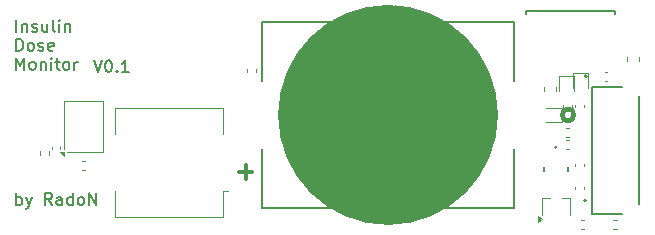
<source format=gbr>
%TF.GenerationSoftware,KiCad,Pcbnew,8.0.1*%
%TF.CreationDate,2024-10-15T00:35:35+02:00*%
%TF.ProjectId,InsuDos,496e7375-446f-4732-9e6b-696361645f70,rev?*%
%TF.SameCoordinates,Original*%
%TF.FileFunction,Legend,Top*%
%TF.FilePolarity,Positive*%
%FSLAX46Y46*%
G04 Gerber Fmt 4.6, Leading zero omitted, Abs format (unit mm)*
G04 Created by KiCad (PCBNEW 8.0.1) date 2024-10-15 00:35:35*
%MOMM*%
%LPD*%
G01*
G04 APERTURE LIST*
%ADD10C,9.306850*%
%ADD11C,0.150000*%
%ADD12C,0.300000*%
%ADD13C,0.120000*%
%ADD14C,0.127000*%
%ADD15C,0.200000*%
%ADD16C,0.152400*%
%ADD17C,0.381000*%
G04 APERTURE END LIST*
D10*
X62946575Y-165000000D02*
G75*
G02*
X53639725Y-165000000I-4653425J0D01*
G01*
X53639725Y-165000000D02*
G75*
G02*
X62946575Y-165000000I4653425J0D01*
G01*
D11*
X26836779Y-157949931D02*
X26836779Y-156949931D01*
X27312969Y-157283264D02*
X27312969Y-157949931D01*
X27312969Y-157378502D02*
X27360588Y-157330883D01*
X27360588Y-157330883D02*
X27455826Y-157283264D01*
X27455826Y-157283264D02*
X27598683Y-157283264D01*
X27598683Y-157283264D02*
X27693921Y-157330883D01*
X27693921Y-157330883D02*
X27741540Y-157426121D01*
X27741540Y-157426121D02*
X27741540Y-157949931D01*
X28170112Y-157902312D02*
X28265350Y-157949931D01*
X28265350Y-157949931D02*
X28455826Y-157949931D01*
X28455826Y-157949931D02*
X28551064Y-157902312D01*
X28551064Y-157902312D02*
X28598683Y-157807073D01*
X28598683Y-157807073D02*
X28598683Y-157759454D01*
X28598683Y-157759454D02*
X28551064Y-157664216D01*
X28551064Y-157664216D02*
X28455826Y-157616597D01*
X28455826Y-157616597D02*
X28312969Y-157616597D01*
X28312969Y-157616597D02*
X28217731Y-157568978D01*
X28217731Y-157568978D02*
X28170112Y-157473740D01*
X28170112Y-157473740D02*
X28170112Y-157426121D01*
X28170112Y-157426121D02*
X28217731Y-157330883D01*
X28217731Y-157330883D02*
X28312969Y-157283264D01*
X28312969Y-157283264D02*
X28455826Y-157283264D01*
X28455826Y-157283264D02*
X28551064Y-157330883D01*
X29455826Y-157283264D02*
X29455826Y-157949931D01*
X29027255Y-157283264D02*
X29027255Y-157807073D01*
X29027255Y-157807073D02*
X29074874Y-157902312D01*
X29074874Y-157902312D02*
X29170112Y-157949931D01*
X29170112Y-157949931D02*
X29312969Y-157949931D01*
X29312969Y-157949931D02*
X29408207Y-157902312D01*
X29408207Y-157902312D02*
X29455826Y-157854692D01*
X30074874Y-157949931D02*
X29979636Y-157902312D01*
X29979636Y-157902312D02*
X29932017Y-157807073D01*
X29932017Y-157807073D02*
X29932017Y-156949931D01*
X30455827Y-157949931D02*
X30455827Y-157283264D01*
X30455827Y-156949931D02*
X30408208Y-156997550D01*
X30408208Y-156997550D02*
X30455827Y-157045169D01*
X30455827Y-157045169D02*
X30503446Y-156997550D01*
X30503446Y-156997550D02*
X30455827Y-156949931D01*
X30455827Y-156949931D02*
X30455827Y-157045169D01*
X30932017Y-157283264D02*
X30932017Y-157949931D01*
X30932017Y-157378502D02*
X30979636Y-157330883D01*
X30979636Y-157330883D02*
X31074874Y-157283264D01*
X31074874Y-157283264D02*
X31217731Y-157283264D01*
X31217731Y-157283264D02*
X31312969Y-157330883D01*
X31312969Y-157330883D02*
X31360588Y-157426121D01*
X31360588Y-157426121D02*
X31360588Y-157949931D01*
X26836779Y-159559875D02*
X26836779Y-158559875D01*
X26836779Y-158559875D02*
X27074874Y-158559875D01*
X27074874Y-158559875D02*
X27217731Y-158607494D01*
X27217731Y-158607494D02*
X27312969Y-158702732D01*
X27312969Y-158702732D02*
X27360588Y-158797970D01*
X27360588Y-158797970D02*
X27408207Y-158988446D01*
X27408207Y-158988446D02*
X27408207Y-159131303D01*
X27408207Y-159131303D02*
X27360588Y-159321779D01*
X27360588Y-159321779D02*
X27312969Y-159417017D01*
X27312969Y-159417017D02*
X27217731Y-159512256D01*
X27217731Y-159512256D02*
X27074874Y-159559875D01*
X27074874Y-159559875D02*
X26836779Y-159559875D01*
X27979636Y-159559875D02*
X27884398Y-159512256D01*
X27884398Y-159512256D02*
X27836779Y-159464636D01*
X27836779Y-159464636D02*
X27789160Y-159369398D01*
X27789160Y-159369398D02*
X27789160Y-159083684D01*
X27789160Y-159083684D02*
X27836779Y-158988446D01*
X27836779Y-158988446D02*
X27884398Y-158940827D01*
X27884398Y-158940827D02*
X27979636Y-158893208D01*
X27979636Y-158893208D02*
X28122493Y-158893208D01*
X28122493Y-158893208D02*
X28217731Y-158940827D01*
X28217731Y-158940827D02*
X28265350Y-158988446D01*
X28265350Y-158988446D02*
X28312969Y-159083684D01*
X28312969Y-159083684D02*
X28312969Y-159369398D01*
X28312969Y-159369398D02*
X28265350Y-159464636D01*
X28265350Y-159464636D02*
X28217731Y-159512256D01*
X28217731Y-159512256D02*
X28122493Y-159559875D01*
X28122493Y-159559875D02*
X27979636Y-159559875D01*
X28693922Y-159512256D02*
X28789160Y-159559875D01*
X28789160Y-159559875D02*
X28979636Y-159559875D01*
X28979636Y-159559875D02*
X29074874Y-159512256D01*
X29074874Y-159512256D02*
X29122493Y-159417017D01*
X29122493Y-159417017D02*
X29122493Y-159369398D01*
X29122493Y-159369398D02*
X29074874Y-159274160D01*
X29074874Y-159274160D02*
X28979636Y-159226541D01*
X28979636Y-159226541D02*
X28836779Y-159226541D01*
X28836779Y-159226541D02*
X28741541Y-159178922D01*
X28741541Y-159178922D02*
X28693922Y-159083684D01*
X28693922Y-159083684D02*
X28693922Y-159036065D01*
X28693922Y-159036065D02*
X28741541Y-158940827D01*
X28741541Y-158940827D02*
X28836779Y-158893208D01*
X28836779Y-158893208D02*
X28979636Y-158893208D01*
X28979636Y-158893208D02*
X29074874Y-158940827D01*
X29932017Y-159512256D02*
X29836779Y-159559875D01*
X29836779Y-159559875D02*
X29646303Y-159559875D01*
X29646303Y-159559875D02*
X29551065Y-159512256D01*
X29551065Y-159512256D02*
X29503446Y-159417017D01*
X29503446Y-159417017D02*
X29503446Y-159036065D01*
X29503446Y-159036065D02*
X29551065Y-158940827D01*
X29551065Y-158940827D02*
X29646303Y-158893208D01*
X29646303Y-158893208D02*
X29836779Y-158893208D01*
X29836779Y-158893208D02*
X29932017Y-158940827D01*
X29932017Y-158940827D02*
X29979636Y-159036065D01*
X29979636Y-159036065D02*
X29979636Y-159131303D01*
X29979636Y-159131303D02*
X29503446Y-159226541D01*
X26836779Y-161169819D02*
X26836779Y-160169819D01*
X26836779Y-160169819D02*
X27170112Y-160884104D01*
X27170112Y-160884104D02*
X27503445Y-160169819D01*
X27503445Y-160169819D02*
X27503445Y-161169819D01*
X28122493Y-161169819D02*
X28027255Y-161122200D01*
X28027255Y-161122200D02*
X27979636Y-161074580D01*
X27979636Y-161074580D02*
X27932017Y-160979342D01*
X27932017Y-160979342D02*
X27932017Y-160693628D01*
X27932017Y-160693628D02*
X27979636Y-160598390D01*
X27979636Y-160598390D02*
X28027255Y-160550771D01*
X28027255Y-160550771D02*
X28122493Y-160503152D01*
X28122493Y-160503152D02*
X28265350Y-160503152D01*
X28265350Y-160503152D02*
X28360588Y-160550771D01*
X28360588Y-160550771D02*
X28408207Y-160598390D01*
X28408207Y-160598390D02*
X28455826Y-160693628D01*
X28455826Y-160693628D02*
X28455826Y-160979342D01*
X28455826Y-160979342D02*
X28408207Y-161074580D01*
X28408207Y-161074580D02*
X28360588Y-161122200D01*
X28360588Y-161122200D02*
X28265350Y-161169819D01*
X28265350Y-161169819D02*
X28122493Y-161169819D01*
X28884398Y-160503152D02*
X28884398Y-161169819D01*
X28884398Y-160598390D02*
X28932017Y-160550771D01*
X28932017Y-160550771D02*
X29027255Y-160503152D01*
X29027255Y-160503152D02*
X29170112Y-160503152D01*
X29170112Y-160503152D02*
X29265350Y-160550771D01*
X29265350Y-160550771D02*
X29312969Y-160646009D01*
X29312969Y-160646009D02*
X29312969Y-161169819D01*
X29789160Y-161169819D02*
X29789160Y-160503152D01*
X29789160Y-160169819D02*
X29741541Y-160217438D01*
X29741541Y-160217438D02*
X29789160Y-160265057D01*
X29789160Y-160265057D02*
X29836779Y-160217438D01*
X29836779Y-160217438D02*
X29789160Y-160169819D01*
X29789160Y-160169819D02*
X29789160Y-160265057D01*
X30122493Y-160503152D02*
X30503445Y-160503152D01*
X30265350Y-160169819D02*
X30265350Y-161026961D01*
X30265350Y-161026961D02*
X30312969Y-161122200D01*
X30312969Y-161122200D02*
X30408207Y-161169819D01*
X30408207Y-161169819D02*
X30503445Y-161169819D01*
X30979636Y-161169819D02*
X30884398Y-161122200D01*
X30884398Y-161122200D02*
X30836779Y-161074580D01*
X30836779Y-161074580D02*
X30789160Y-160979342D01*
X30789160Y-160979342D02*
X30789160Y-160693628D01*
X30789160Y-160693628D02*
X30836779Y-160598390D01*
X30836779Y-160598390D02*
X30884398Y-160550771D01*
X30884398Y-160550771D02*
X30979636Y-160503152D01*
X30979636Y-160503152D02*
X31122493Y-160503152D01*
X31122493Y-160503152D02*
X31217731Y-160550771D01*
X31217731Y-160550771D02*
X31265350Y-160598390D01*
X31265350Y-160598390D02*
X31312969Y-160693628D01*
X31312969Y-160693628D02*
X31312969Y-160979342D01*
X31312969Y-160979342D02*
X31265350Y-161074580D01*
X31265350Y-161074580D02*
X31217731Y-161122200D01*
X31217731Y-161122200D02*
X31122493Y-161169819D01*
X31122493Y-161169819D02*
X30979636Y-161169819D01*
X31741541Y-161169819D02*
X31741541Y-160503152D01*
X31741541Y-160693628D02*
X31789160Y-160598390D01*
X31789160Y-160598390D02*
X31836779Y-160550771D01*
X31836779Y-160550771D02*
X31932017Y-160503152D01*
X31932017Y-160503152D02*
X32027255Y-160503152D01*
D12*
X45654510Y-169829400D02*
X46797368Y-169829400D01*
X46225939Y-170400828D02*
X46225939Y-169257971D01*
D11*
X26836779Y-172619819D02*
X26836779Y-171619819D01*
X26836779Y-172000771D02*
X26932017Y-171953152D01*
X26932017Y-171953152D02*
X27122493Y-171953152D01*
X27122493Y-171953152D02*
X27217731Y-172000771D01*
X27217731Y-172000771D02*
X27265350Y-172048390D01*
X27265350Y-172048390D02*
X27312969Y-172143628D01*
X27312969Y-172143628D02*
X27312969Y-172429342D01*
X27312969Y-172429342D02*
X27265350Y-172524580D01*
X27265350Y-172524580D02*
X27217731Y-172572200D01*
X27217731Y-172572200D02*
X27122493Y-172619819D01*
X27122493Y-172619819D02*
X26932017Y-172619819D01*
X26932017Y-172619819D02*
X26836779Y-172572200D01*
X27646303Y-171953152D02*
X27884398Y-172619819D01*
X28122493Y-171953152D02*
X27884398Y-172619819D01*
X27884398Y-172619819D02*
X27789160Y-172857914D01*
X27789160Y-172857914D02*
X27741541Y-172905533D01*
X27741541Y-172905533D02*
X27646303Y-172953152D01*
X29836779Y-172619819D02*
X29503446Y-172143628D01*
X29265351Y-172619819D02*
X29265351Y-171619819D01*
X29265351Y-171619819D02*
X29646303Y-171619819D01*
X29646303Y-171619819D02*
X29741541Y-171667438D01*
X29741541Y-171667438D02*
X29789160Y-171715057D01*
X29789160Y-171715057D02*
X29836779Y-171810295D01*
X29836779Y-171810295D02*
X29836779Y-171953152D01*
X29836779Y-171953152D02*
X29789160Y-172048390D01*
X29789160Y-172048390D02*
X29741541Y-172096009D01*
X29741541Y-172096009D02*
X29646303Y-172143628D01*
X29646303Y-172143628D02*
X29265351Y-172143628D01*
X30693922Y-172619819D02*
X30693922Y-172096009D01*
X30693922Y-172096009D02*
X30646303Y-172000771D01*
X30646303Y-172000771D02*
X30551065Y-171953152D01*
X30551065Y-171953152D02*
X30360589Y-171953152D01*
X30360589Y-171953152D02*
X30265351Y-172000771D01*
X30693922Y-172572200D02*
X30598684Y-172619819D01*
X30598684Y-172619819D02*
X30360589Y-172619819D01*
X30360589Y-172619819D02*
X30265351Y-172572200D01*
X30265351Y-172572200D02*
X30217732Y-172476961D01*
X30217732Y-172476961D02*
X30217732Y-172381723D01*
X30217732Y-172381723D02*
X30265351Y-172286485D01*
X30265351Y-172286485D02*
X30360589Y-172238866D01*
X30360589Y-172238866D02*
X30598684Y-172238866D01*
X30598684Y-172238866D02*
X30693922Y-172191247D01*
X31598684Y-172619819D02*
X31598684Y-171619819D01*
X31598684Y-172572200D02*
X31503446Y-172619819D01*
X31503446Y-172619819D02*
X31312970Y-172619819D01*
X31312970Y-172619819D02*
X31217732Y-172572200D01*
X31217732Y-172572200D02*
X31170113Y-172524580D01*
X31170113Y-172524580D02*
X31122494Y-172429342D01*
X31122494Y-172429342D02*
X31122494Y-172143628D01*
X31122494Y-172143628D02*
X31170113Y-172048390D01*
X31170113Y-172048390D02*
X31217732Y-172000771D01*
X31217732Y-172000771D02*
X31312970Y-171953152D01*
X31312970Y-171953152D02*
X31503446Y-171953152D01*
X31503446Y-171953152D02*
X31598684Y-172000771D01*
X32217732Y-172619819D02*
X32122494Y-172572200D01*
X32122494Y-172572200D02*
X32074875Y-172524580D01*
X32074875Y-172524580D02*
X32027256Y-172429342D01*
X32027256Y-172429342D02*
X32027256Y-172143628D01*
X32027256Y-172143628D02*
X32074875Y-172048390D01*
X32074875Y-172048390D02*
X32122494Y-172000771D01*
X32122494Y-172000771D02*
X32217732Y-171953152D01*
X32217732Y-171953152D02*
X32360589Y-171953152D01*
X32360589Y-171953152D02*
X32455827Y-172000771D01*
X32455827Y-172000771D02*
X32503446Y-172048390D01*
X32503446Y-172048390D02*
X32551065Y-172143628D01*
X32551065Y-172143628D02*
X32551065Y-172429342D01*
X32551065Y-172429342D02*
X32503446Y-172524580D01*
X32503446Y-172524580D02*
X32455827Y-172572200D01*
X32455827Y-172572200D02*
X32360589Y-172619819D01*
X32360589Y-172619819D02*
X32217732Y-172619819D01*
X32979637Y-172619819D02*
X32979637Y-171619819D01*
X32979637Y-171619819D02*
X33551065Y-172619819D01*
X33551065Y-172619819D02*
X33551065Y-171619819D01*
X33393922Y-160369819D02*
X33727255Y-161369819D01*
X33727255Y-161369819D02*
X34060588Y-160369819D01*
X34584398Y-160369819D02*
X34679636Y-160369819D01*
X34679636Y-160369819D02*
X34774874Y-160417438D01*
X34774874Y-160417438D02*
X34822493Y-160465057D01*
X34822493Y-160465057D02*
X34870112Y-160560295D01*
X34870112Y-160560295D02*
X34917731Y-160750771D01*
X34917731Y-160750771D02*
X34917731Y-160988866D01*
X34917731Y-160988866D02*
X34870112Y-161179342D01*
X34870112Y-161179342D02*
X34822493Y-161274580D01*
X34822493Y-161274580D02*
X34774874Y-161322200D01*
X34774874Y-161322200D02*
X34679636Y-161369819D01*
X34679636Y-161369819D02*
X34584398Y-161369819D01*
X34584398Y-161369819D02*
X34489160Y-161322200D01*
X34489160Y-161322200D02*
X34441541Y-161274580D01*
X34441541Y-161274580D02*
X34393922Y-161179342D01*
X34393922Y-161179342D02*
X34346303Y-160988866D01*
X34346303Y-160988866D02*
X34346303Y-160750771D01*
X34346303Y-160750771D02*
X34393922Y-160560295D01*
X34393922Y-160560295D02*
X34441541Y-160465057D01*
X34441541Y-160465057D02*
X34489160Y-160417438D01*
X34489160Y-160417438D02*
X34584398Y-160369819D01*
X35346303Y-161274580D02*
X35393922Y-161322200D01*
X35393922Y-161322200D02*
X35346303Y-161369819D01*
X35346303Y-161369819D02*
X35298684Y-161322200D01*
X35298684Y-161322200D02*
X35346303Y-161274580D01*
X35346303Y-161274580D02*
X35346303Y-161369819D01*
X36346302Y-161369819D02*
X35774874Y-161369819D01*
X36060588Y-161369819D02*
X36060588Y-160369819D01*
X36060588Y-160369819D02*
X35965350Y-160512676D01*
X35965350Y-160512676D02*
X35870112Y-160607914D01*
X35870112Y-160607914D02*
X35774874Y-160655533D01*
D12*
X57804510Y-161229400D02*
X58947368Y-161229400D01*
D13*
%TO.C,C28*%
X74140000Y-164142164D02*
X74140000Y-164357836D01*
X74860000Y-164142164D02*
X74860000Y-164357836D01*
%TO.C,C11*%
X73140000Y-164357836D02*
X73140000Y-164142164D01*
X73860000Y-164357836D02*
X73860000Y-164142164D01*
%TO.C,C15*%
X73392164Y-166140000D02*
X73607836Y-166140000D01*
X73392164Y-166860000D02*
X73607836Y-166860000D01*
%TO.C,C29*%
X76857836Y-161390000D02*
X76642164Y-161390000D01*
X76857836Y-162110000D02*
X76642164Y-162110000D01*
%TO.C,R4*%
X77346359Y-173870000D02*
X77653641Y-173870000D01*
X77346359Y-174630000D02*
X77653641Y-174630000D01*
%TO.C,Q1*%
X71340000Y-172020000D02*
X72000000Y-172020000D01*
X71340000Y-173430000D02*
X71340000Y-172020000D01*
X73000000Y-172020000D02*
X73660000Y-172020000D01*
X73660000Y-173430000D02*
X73660000Y-172020000D01*
X71360000Y-173800000D02*
X71030000Y-174040000D01*
X71030000Y-173560000D01*
X71360000Y-173800000D01*
G36*
X71360000Y-173800000D02*
G01*
X71030000Y-174040000D01*
X71030000Y-173560000D01*
X71360000Y-173800000D01*
G37*
D14*
%TO.C,J2*%
X69950000Y-156220500D02*
X69950000Y-156450500D01*
X77550000Y-156220500D02*
X69950000Y-156220500D01*
X77550000Y-156220500D02*
X77550000Y-156450500D01*
D15*
X75150000Y-161720500D02*
G75*
G02*
X74950000Y-161720500I-100000J0D01*
G01*
X74950000Y-161720500D02*
G75*
G02*
X75150000Y-161720500I100000J0D01*
G01*
D13*
%TO.C,BZ1*%
X35150000Y-164400000D02*
X44350000Y-164400000D01*
X35150000Y-166600000D02*
X35150000Y-164400000D01*
X35150000Y-173600000D02*
X35150000Y-171400000D01*
X44350000Y-166600000D02*
X44350000Y-164400000D01*
X44350000Y-171400000D02*
X44750000Y-171400000D01*
X44350000Y-173600000D02*
X35150000Y-173600000D01*
X44350000Y-173600000D02*
X44350000Y-171400000D01*
%TO.C,D3*%
X73010000Y-164390000D02*
X71700000Y-164390000D01*
X73010000Y-165610000D02*
X71700000Y-165610000D01*
X73010000Y-165610000D02*
X73010000Y-164390000D01*
%TO.C,R3*%
X74596359Y-173870000D02*
X74903641Y-173870000D01*
X74596359Y-174630000D02*
X74903641Y-174630000D01*
%TO.C,C13*%
X74140000Y-171092164D02*
X74140000Y-171307836D01*
X74860000Y-171092164D02*
X74860000Y-171307836D01*
%TO.C,C37*%
X74140000Y-169357836D02*
X74140000Y-169142164D01*
X74860000Y-169357836D02*
X74860000Y-169142164D01*
%TO.C,C12*%
X71490000Y-162659420D02*
X71490000Y-162940580D01*
X72510000Y-162659420D02*
X72510000Y-162940580D01*
%TO.C,C14*%
X73392164Y-167140000D02*
X73607836Y-167140000D01*
X73392164Y-167860000D02*
X73607836Y-167860000D01*
%TO.C,R9*%
X28820000Y-168353641D02*
X28820000Y-168046359D01*
X29580000Y-168353641D02*
X29580000Y-168046359D01*
D16*
%TO.C,BT1*%
X47612450Y-157126000D02*
X47612450Y-162114560D01*
X47612450Y-167885440D02*
X47612450Y-172874000D01*
X47612450Y-172874000D02*
X53466818Y-172874000D01*
X53466818Y-157126000D02*
X47612450Y-157126000D01*
X63119482Y-172874000D02*
X68973850Y-172874000D01*
X68973850Y-157126000D02*
X63119482Y-157126000D01*
X68973850Y-162114560D02*
X68973850Y-157126000D01*
X68973850Y-172874000D02*
X68973850Y-167885440D01*
D17*
X74041150Y-165000000D02*
G75*
G02*
X73025150Y-165000000I-508000J0D01*
G01*
X73025150Y-165000000D02*
G75*
G02*
X74041150Y-165000000I508000J0D01*
G01*
D16*
%TO.C,L5*%
X71471300Y-169412250D02*
X71471300Y-169787750D01*
X73528700Y-169787750D02*
X73528700Y-169412250D01*
X72576200Y-167733100D02*
G75*
G02*
X72423800Y-167733100I-76200J0D01*
G01*
X72423800Y-167733100D02*
G75*
G02*
X72576200Y-167733100I76200J0D01*
G01*
D13*
%TO.C,D2*%
X73990000Y-161440000D02*
X73990000Y-162750000D01*
X75210000Y-161440000D02*
X73990000Y-161440000D01*
X75210000Y-161440000D02*
X75210000Y-162750000D01*
%TO.C,C10*%
X29840000Y-167692164D02*
X29840000Y-167907836D01*
X30560000Y-167692164D02*
X30560000Y-167907836D01*
%TO.C,Inf.1*%
X30820000Y-163820000D02*
X34180000Y-163820000D01*
X30820000Y-167880000D02*
X30820000Y-163820000D01*
X31120000Y-168180000D02*
X34180000Y-168180000D01*
X34180000Y-168180000D02*
X34180000Y-163820000D01*
X30820000Y-168460000D02*
X30540000Y-168180000D01*
X30820000Y-168180000D01*
X30820000Y-168460000D01*
G36*
X30820000Y-168460000D02*
G01*
X30540000Y-168180000D01*
X30820000Y-168180000D01*
X30820000Y-168460000D01*
G37*
D14*
%TO.C,J1*%
X75550000Y-173350000D02*
X75550000Y-162650000D01*
X75550000Y-173350000D02*
X78080000Y-173350000D01*
X78080000Y-162650000D02*
X75550000Y-162650000D01*
X79550000Y-172570000D02*
X79550000Y-163430000D01*
D15*
X75077000Y-172250000D02*
G75*
G02*
X74877000Y-172250000I-100000J0D01*
G01*
X74877000Y-172250000D02*
G75*
G02*
X75077000Y-172250000I100000J0D01*
G01*
D13*
%TO.C,D1*%
X72790000Y-161690000D02*
X72790000Y-163000000D01*
X74010000Y-161690000D02*
X72790000Y-161690000D01*
X74010000Y-161690000D02*
X74010000Y-163000000D01*
%TO.C,R1*%
X32653641Y-168870000D02*
X32346359Y-168870000D01*
X32653641Y-169630000D02*
X32346359Y-169630000D01*
%TO.C,F1*%
X78490000Y-160087221D02*
X78490000Y-160412779D01*
X79510000Y-160087221D02*
X79510000Y-160412779D01*
%TO.C,C38*%
X46390000Y-161142164D02*
X46390000Y-161357836D01*
X47110000Y-161142164D02*
X47110000Y-161357836D01*
%TD*%
M02*

</source>
